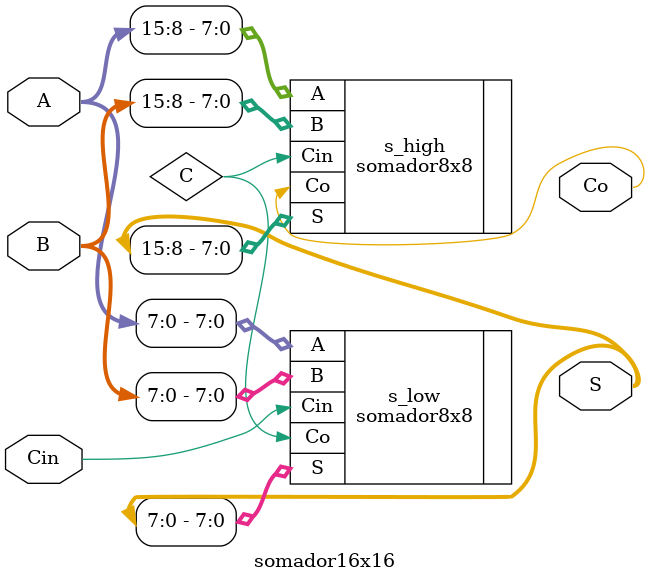
<source format=v>
module somador16x16 (S, Co, A, B, Cin);
	input [15:0] A, B; 
	input Cin; 
	output [15:0] S;
	output Co;
	wire C;
	
	// Instanciando dois somadores de 8 bits
	// Primeiro somador: bits menos significativos (0-7)
	somador8x8 s_low (.A(A[7:0]), .B(B[7:0]), .Cin(Cin), .S(S[7:0]), .Co(C));
	
	// Segundo somador: bits mais significativos (8-15)
	somador8x8 s_high (.A(A[15:8]), .B(B[15:8]), .Cin(C), .S(S[15:8]), .Co(Co));
	
endmodule

</source>
